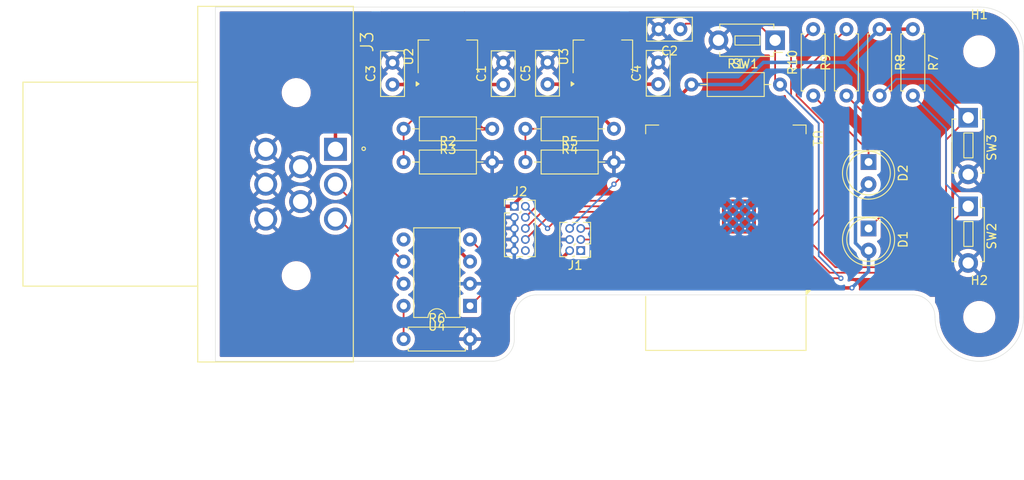
<source format=kicad_pcb>
(kicad_pcb (version 20240108) (generator "pcbnew") (generator_version "8.0")
  (layers (0 "F.Cu" signal) (31 "B.Cu" signal) (34 "B.Paste" user) (35 "F.Paste" user) (36 "B.SilkS" user "B.Silkscreen") (37 "F.SilkS" user "F.Silkscreen") (38 "B.Mask" user) (39 "F.Mask" user) (44 "Edge.Cuts" user))
  (net 0 "")
  (net 1 "+12V")
  (net 2 "GND")
  (net 3 "/ENABLE")
  (net 4 "+5V")
  (net 5 "+3V3")
  (net 6 "/UART_TX")
  (net 7 "/BOOTOPT")
  (net 8 "/PROG_EN")
  (net 9 "/UART_RX")
  (net 10 "/JTAG_TDO")
  (net 12 "/JTAG_TMS")
  (net 13 "/JTAG_TDI")
  (net 14 "/JTAG_TCK")
  (net 15 "Net-(U2-ADJ)")
  (net 16 "Net-(U3-ADJ)")
  (net 36 "/CANH")
  (net 39 "/CANL")
  (net 42 "Net-(U4-Rs)")
  (net 43 "/CAN_TX")
  (net 44 "/CAN_RX")
  (net 46 "Net-(D1-K)")
  (net 47 "Net-(D2-K)")
  (net 48 "/SW1")
  (net 49 "/SW2")
  (net 50 "/LED1")
  (net 51 "/LED2")
  (footprint "Resistor_THT:R_Axial_DIN0207_L6.3mm_D2.5mm_P7.62mm_Horizontal" (layer "F.Cu") (at 157.48 104.14 -90)
    (property "Reference" "R8" (at 3.81 -2.37 90) (layer "F.SilkS"))
    (property "Value" "100k")
    (pad "1" thru_hole circle (at 0 0 270) (size 1.6 1.6) (drill 0.8) (layers "*.Cu" "*.Mask") (net 5 "+3V3"))
    (pad "2" thru_hole oval (at 7.62 0 270) (size 1.6 1.6) (drill 0.8) (layers "*.Cu" "*.Mask") (net 49 "/SW2"))
  )
  (footprint "RF_Module:ESP32-S3-WROOM-1" (layer "F.Cu") (at 139.84 128.09 180)
    (property "Reference" "U1" (at -10.5 11.4 -90) (layer "F.SilkS"))
    (property "Value" "ESP32-S3-WROOM-1-N16R8")
    (pad "1" smd rect (at -8.75 -5.26 180) (size 1.5 0.9) (layers "F.Cu" "F.Paste" "F.Mask") (net 2 "GND"))
    (pad "2" smd rect (at -8.75 -3.99 180) (size 1.5 0.9) (layers "F.Cu" "F.Paste" "F.Mask") (net 5 "+3V3"))
    (pad "3" smd rect (at -8.75 -2.72 180) (size 1.5 0.9) (layers "F.Cu" "F.Paste" "F.Mask") (net 3 "/ENABLE"))
    (pad "4" smd rect (at -8.75 -1.45 180) (size 1.5 0.9) (layers "F.Cu" "F.Paste" "F.Mask") (net 48 "/SW1"))
    (pad "5" smd rect (at -8.75 -0.18 180) (size 1.5 0.9) (layers "F.Cu" "F.Paste" "F.Mask") (net 49 "/SW2"))
    (pad "6" smd rect (at -8.75 1.09 180) (size 1.5 0.9) (layers "F.Cu" "F.Paste" "F.Mask") (net 50 "/LED1"))
    (pad "7" smd rect (at -8.75 2.36 180) (size 1.5 0.9) (layers "F.Cu" "F.Paste" "F.Mask") (net 51 "/LED2"))
    (pad "8" smd rect (at -8.75 3.63 180) (size 1.5 0.9) (layers "F.Cu" "F.Paste" "F.Mask"))
    (pad "9" smd rect (at -8.75 4.9 180) (size 1.5 0.9) (layers "F.Cu" "F.Paste" "F.Mask"))
    (pad "10" smd rect (at -8.75 6.17 180) (size 1.5 0.9) (layers "F.Cu" "F.Paste" "F.Mask"))
    (pad "11" smd rect (at -8.75 7.44 180) (size 1.5 0.9) (layers "F.Cu" "F.Paste" "F.Mask"))
    (pad "12" smd rect (at -8.75 8.71 180) (size 1.5 0.9) (layers "F.Cu" "F.Paste" "F.Mask"))
    (pad "13" smd rect (at -8.75 9.98 180) (size 1.5 0.9) (layers "F.Cu" "F.Paste" "F.Mask"))
    (pad "14" smd rect (at -8.75 11.25) (size 1.5 0.9) (layers "F.Cu" "F.Paste" "F.Mask"))
    (pad "15" smd rect (at -6.985 12.5 90) (size 1.5 0.9) (layers "F.Cu" "F.Paste" "F.Mask"))
    (pad "16" smd rect (at -5.715 12.5 90) (size 1.5 0.9) (layers "F.Cu" "F.Paste" "F.Mask"))
    (pad "17" smd rect (at -4.445 12.5 90) (size 1.5 0.9) (layers "F.Cu" "F.Paste" "F.Mask"))
    (pad "18" smd rect (at -3.175 12.5 90) (size 1.5 0.9) (layers "F.Cu" "F.Paste" "F.Mask"))
    (pad "19" smd rect (at -1.905 12.5 90) (size 1.5 0.9) (layers "F.Cu" "F.Paste" "F.Mask"))
    (pad "20" smd rect (at -0.635 12.5 90) (size 1.5 0.9) (layers "F.Cu" "F.Paste" "F.Mask"))
    (pad "21" smd rect (at 0.635 12.5 90) (size 1.5 0.9) (layers "F.Cu" "F.Paste" "F.Mask"))
    (pad "22" smd rect (at 1.905 12.5 90) (size 1.5 0.9) (layers "F.Cu" "F.Paste" "F.Mask"))
    (pad "23" smd rect (at 3.175 12.5 90) (size 1.5 0.9) (layers "F.Cu" "F.Paste" "F.Mask"))
    (pad "24" smd rect (at 4.445 12.5 90) (size 1.5 0.9) (layers "F.Cu" "F.Paste" "F.Mask"))
    (pad "25" smd rect (at 5.715 12.5 90) (size 1.5 0.9) (layers "F.Cu" "F.Paste" "F.Mask"))
    (pad "26" smd rect (at 6.985 12.5 90) (size 1.5 0.9) (layers "F.Cu" "F.Paste" "F.Mask"))
    (pad "27" smd rect (at 8.75 11.25 180) (size 1.5 0.9) (layers "F.Cu" "F.Paste" "F.Mask") (net 7 "/BOOTOPT"))
    (pad "28" smd rect (at 8.75 9.98 180) (size 1.5 0.9) (layers "F.Cu" "F.Paste" "F.Mask"))
    (pad "29" smd rect (at 8.75 8.71 180) (size 1.5 0.9) (layers "F.Cu" "F.Paste" "F.Mask"))
    (pad "30" smd rect (at 8.75 7.44 180) (size 1.5 0.9) (layers "F.Cu" "F.Paste" "F.Mask"))
    (pad "31" smd rect (at 8.75 6.17 180) (size 1.5 0.9) (layers "F.Cu" "F.Paste" "F.Mask"))
    (pad "32" smd rect (at 8.75 4.9 180) (size 1.5 0.9) (layers "F.Cu" "F.Paste" "F.Mask") (net 14 "/JTAG_TCK"))
    (pad "33" smd rect (at 8.75 3.63 180) (size 1.5 0.9) (layers "F.Cu" "F.Paste" "F.Mask") (net 10 "/JTAG_TDO"))
    (pad "34" smd rect (at 8.75 2.36 180) (size 1.5 0.9) (layers "F.Cu" "F.Paste" "F.Mask") (net 13 "/JTAG_TDI"))
    (pad "35" smd rect (at 8.75 1.09 180) (size 1.5 0.9) (layers "F.Cu" "F.Paste" "F.Mask") (net 12 "/JTAG_TMS"))
    (pad "36" smd rect (at 8.75 -0.18 180) (size 1.5 0.9) (layers "F.Cu" "F.Paste" "F.Mask") (net 9 "/UART_RX"))
    (pad "37" smd rect (at 8.75 -1.45 180) (size 1.5 0.9) (layers "F.Cu" "F.Paste" "F.Mask") (net 6 "/UART_TX"))
    (pad "38" smd rect (at 8.75 -2.72 180) (size 1.5 0.9) (layers "F.Cu" "F.Paste" "F.Mask") (net 44 "/CAN_RX"))
    (pad "39" smd rect (at 8.75 -3.99 180) (size 1.5 0.9) (layers "F.Cu" "F.Paste" "F.Mask") (net 43 "/CAN_TX"))
    (pad "40" smd rect (at 8.75 -5.26 180) (size 1.5 0.9) (layers "F.Cu" "F.Paste" "F.Mask") (net 2 "GND"))
    (pad "41" thru_hole circle (at -2.9 1.76 270) (size 0.6 0.6) (drill 0.2) (property pad_prop_heatsink) (layers "*.Cu" "F.Mask") (net 2 "GND"))
    (pad "41" thru_hole circle (at -2.9 3.16 180) (size 0.6 0.6) (drill 0.2) (property pad_prop_heatsink) (layers "*.Cu" "F.Mask") (net 2 "GND"))
    (pad "41" thru_hole circle (at -2.2 1.06 180) (size 0.6 0.6) (drill 0.2) (property pad_prop_heatsink) (layers "*.Cu" "F.Mask") (net 2 "GND"))
    (pad "41" thru_hole circle (at -2.2 2.46 180) (size 0.6 0.6) (drill 0.2) (property pad_prop_heatsink) (layers "*.Cu" "F.Mask") (net 2 "GND"))
    (pad "41" thru_hole circle (at -2.2 3.86 180) (size 0.6 0.6) (drill 0.2) (property pad_prop_heatsink) (layers "*.Cu" "F.Mask") (net 2 "GND"))
    (pad "41" thru_hole circle (at -1.5 1.76 180) (size 0.6 0.6) (drill 0.2) (property pad_prop_heatsink) (layers "*.Cu" "F.Mask") (net 2 "GND"))
    (pad "41" smd rect (at -1.5 2.46 90) (size 3.9 3.9) (layers "F.Cu" "F.Mask") (net 2 "GND"))
    (pad "41" thru_hole circle (at -1.5 3.16 180) (size 0.6 0.6) (drill 0.2) (property pad_prop_heatsink) (layers "*.Cu" "F.Mask") (net 2 "GND"))
    (pad "41" thru_hole circle (at -0.8 1.06 180) (size 0.6 0.6) (drill 0.2) (property pad_prop_heatsink) (layers "*.Cu" "F.Mask") (net 2 "GND"))
    (pad "41" thru_hole circle (at -0.8 2.46 180) (size 0.6 0.6) (drill 0.2) (property pad_prop_heatsink) (layers "*.Cu" "F.Mask") (net 2 "GND"))
    (pad "41" thru_hole circle (at -0.8 3.86 180) (size 0.6 0.6) (drill 0.2) (property pad_prop_heatsink) (layers "*.Cu" "F.Mask") (net 2 "GND"))
    (pad "41" thru_hole circle (at -0.1 1.76 180) (size 0.6 0.6) (drill 0.2) (property pad_prop_heatsink) (layers "*.Cu" "F.Mask") (net 2 "GND"))
    (pad "41" thru_hole circle (at -0.1 3.16 180) (size 0.6 0.6) (drill 0.2) (property pad_prop_heatsink) (layers "*.Cu" "F.Mask") (net 2 "GND"))
    (zone (net 0) (net_name "") (layers "F.Cu" "In1.Cu" "B.Cu") (connect_pads (clearance 0)) (min_thickness 0.254)
      (keepout (tracks not_allowed) (vias not_allowed) (pads not_allowed) (copperpour not_allowed) (footprints not_allowed))
      (fill (thermal_gap 0.508) (thermal_bridge_width 0.508))
      (polygon (pts (xy 163.84 134.84) (xy 115.84 134.84) (xy 115.84 155.84) (xy 163.84 155.84)))
    )
  )
  (footprint "Connector_PinHeader_1.27mm:PinHeader_2x03_P1.27mm_Vertical" (layer "F.Cu") (at 123.19 129.54 180)
    (property "Reference" "J1" (at 0.635 -1.695 360) (layer "F.SilkS"))
    (property "Value" "PROG")
    (pad "1" thru_hole rect (at 0 0 180) (size 1 1) (drill 0.65) (layers "*.Cu" "*.Mask") (net 8 "/PROG_EN"))
    (pad "2" thru_hole oval (at 1.27 0 180) (size 1 1) (drill 0.65) (layers "*.Cu" "*.Mask") (net 5 "+3V3"))
    (pad "3" thru_hole oval (at 0 1.27 180) (size 1 1) (drill 0.65) (layers "*.Cu" "*.Mask") (net 6 "/UART_TX"))
    (pad "4" thru_hole oval (at 1.27 1.27 180) (size 1 1) (drill 0.65) (layers "*.Cu" "*.Mask") (net 2 "GND"))
    (pad "5" thru_hole oval (at 0 2.54 180) (size 1 1) (drill 0.65) (layers "*.Cu" "*.Mask") (net 9 "/UART_RX"))
    (pad "6" thru_hole oval (at 1.27 2.54 180) (size 1 1) (drill 0.65) (layers "*.Cu" "*.Mask") (net 7 "/BOOTOPT"))
  )
  (footprint "Resistor_THT:R_Axial_DIN0207_L6.3mm_D2.5mm_P10.16mm_Horizontal" (layer "F.Cu") (at 113.03 115.57 180)
    (property "Reference" "R3" (at 5.08 -2.37 360) (layer "F.SilkS"))
    (property "Value" "240")
    (pad "1" thru_hole circle (at 0 0 180) (size 1.6 1.6) (drill 0.8) (layers "*.Cu" "*.Mask") (net 4 "+5V"))
    (pad "2" thru_hole oval (at 10.16 0 180) (size 1.6 1.6) (drill 0.8) (layers "*.Cu" "*.Mask") (net 15 "Net-(U2-ADJ)"))
  )
  (footprint "Capacitor_THT:C_Disc_D5.0mm_W2.5mm_P2.50mm" (layer "F.Cu") (at 132.08 110.45 90)
    (property "Reference" "C4" (at 1.25 -2.5 90) (layer "F.SilkS"))
    (property "Value" "0.1u")
    (pad "1" thru_hole circle (at 0 0 90) (size 1.6 1.6) (drill 0.8) (layers "*.Cu" "*.Mask") (net 1 "+12V"))
    (pad "2" thru_hole circle (at 2.5 0 90) (size 1.6 1.6) (drill 0.8) (layers "*.Cu" "*.Mask") (net 2 "GND"))
  )
  (footprint "Connector_PinHeader_1.27mm:PinHeader_2x05_P1.27mm_Vertical" (layer "F.Cu") (at 115.57 124.46)
    (property "Reference" "J2" (at 0.635 -1.695 360) (layer "F.SilkS"))
    (property "Value" "JTAG")
    (pad "1" thru_hole rect (at 0 0) (size 1 1) (drill 0.65) (layers "*.Cu" "*.Mask") (net 5 "+3V3"))
    (pad "2" thru_hole oval (at 1.27 0) (size 1 1) (drill 0.65) (layers "*.Cu" "*.Mask") (net 12 "/JTAG_TMS"))
    (pad "3" thru_hole oval (at 0 1.27) (size 1 1) (drill 0.65) (layers "*.Cu" "*.Mask") (net 2 "GND"))
    (pad "4" thru_hole oval (at 1.27 1.27) (size 1 1) (drill 0.65) (layers "*.Cu" "*.Mask") (net 14 "/JTAG_TCK"))
    (pad "5" thru_hole oval (at 0 2.54) (size 1 1) (drill 0.65) (layers "*.Cu" "*.Mask") (net 2 "GND"))
    (pad "6" thru_hole oval (at 1.27 2.54) (size 1 1) (drill 0.65) (layers "*.Cu" "*.Mask") (net 10 "/JTAG_TDO"))
    (pad "7" thru_hole oval (at 0 3.81) (size 1 1) (drill 0.65) (layers "*.Cu" "*.Mask") (net 2 "GND"))
    (pad "8" thru_hole oval (at 1.27 3.81) (size 1 1) (drill 0.65) (layers "*.Cu" "*.Mask") (net 13 "/JTAG_TDI"))
    (pad "9" thru_hole oval (at 0 5.08) (size 1 1) (drill 0.65) (layers "*.Cu" "*.Mask") (net 2 "GND"))
    (pad "10" thru_hole oval (at 1.27 5.08) (size 1 1) (drill 0.65) (layers "*.Cu" "*.Mask"))
  )
  (footprint "Capacitor_THT:C_Disc_D5.0mm_W2.5mm_P2.50mm" (layer "F.Cu") (at 119.38 110.45 90)
    (property "Reference" "C5" (at 1.25 -2.5 90) (layer "F.SilkS"))
    (property "Value" "1u")
    (pad "1" thru_hole circle (at 0 0 90) (size 1.6 1.6) (drill 0.8) (layers "*.Cu" "*.Mask") (net 5 "+3V3"))
    (pad "2" thru_hole circle (at 2.5 0 90) (size 1.6 1.6) (drill 0.8) (layers "*.Cu" "*.Mask") (net 2 "GND"))
  )
  (footprint "Capacitor_THT:C_Disc_D5.0mm_W2.5mm_P2.50mm" (layer "F.Cu") (at 101.6 110.49 90)
    (property "Reference" "C3" (at 1.25 -2.5 90) (layer "F.SilkS"))
    (property "Value" "1u")
    (pad "1" thru_hole circle (at 0 0 90) (size 1.6 1.6) (drill 0.8) (layers "*.Cu" "*.Mask") (net 4 "+5V"))
    (pad "2" thru_hole circle (at 2.5 0 90) (size 1.6 1.6) (drill 0.8) (layers "*.Cu" "*.Mask") (net 2 "GND"))
  )
  (footprint "Resistor_THT:R_Axial_DIN0207_L6.3mm_D2.5mm_P10.16mm_Horizontal" (layer "F.Cu") (at 127 115.57 180)
    (property "Reference" "R4" (at 5.08 -2.37 360) (layer "F.SilkS"))
    (property "Value" "240")
    (pad "1" thru_hole circle (at 0 0 180) (size 1.6 1.6) (drill 0.8) (layers "*.Cu" "*.Mask") (net 5 "+3V3"))
    (pad "2" thru_hole oval (at 10.16 0 180) (size 1.6 1.6) (drill 0.8) (layers "*.Cu" "*.Mask") (net 16 "Net-(U3-ADJ)"))
  )
  (footprint "Package_DIP:DIP-8_W7.62mm" (layer "F.Cu") (at 110.49 135.88 180)
    (property "Reference" "U4" (at 3.81 -2.33 360) (layer "F.SilkS"))
    (property "Value" "MCP2551-I-P")
    (pad "1" thru_hole rect (at 0 0 180) (size 1.6 1.6) (drill 0.8) (layers "*.Cu" "*.Mask") (net 43 "/CAN_TX"))
    (pad "2" thru_hole oval (at 0 2.54 180) (size 1.6 1.6) (drill 0.8) (layers "*.Cu" "*.Mask") (net 2 "GND"))
    (pad "3" thru_hole oval (at 0 5.08 180) (size 1.6 1.6) (drill 0.8) (layers "*.Cu" "*.Mask") (net 4 "+5V"))
    (pad "4" thru_hole oval (at 0 7.62 180) (size 1.6 1.6) (drill 0.8) (layers "*.Cu" "*.Mask") (net 44 "/CAN_RX"))
    (pad "5" thru_hole oval (at 7.62 7.62 180) (size 1.6 1.6) (drill 0.8) (layers "*.Cu" "*.Mask"))
    (pad "6" thru_hole oval (at 7.62 5.08 180) (size 1.6 1.6) (drill 0.8) (layers "*.Cu" "*.Mask") (net 39 "/CANL"))
    (pad "7" thru_hole oval (at 7.62 2.54 180) (size 1.6 1.6) (drill 0.8) (layers "*.Cu" "*.Mask") (net 36 "/CANH"))
    (pad "8" thru_hole oval (at 7.62 0 180) (size 1.6 1.6) (drill 0.8) (layers "*.Cu" "*.Mask") (net 42 "Net-(U4-Rs)"))
  )
  (footprint "Resistor_THT:R_Axial_DIN0207_L6.3mm_D2.5mm_P7.62mm_Horizontal" (layer "F.Cu") (at 161.29 104.14 -90)
    (property "Reference" "R7" (at 3.81 -2.37 90) (layer "F.SilkS"))
    (property "Value" "100k")
    (pad "1" thru_hole circle (at 0 0 270) (size 1.6 1.6) (drill 0.8) (layers "*.Cu" "*.Mask") (net 5 "+3V3"))
    (pad "2" thru_hole oval (at 7.62 0 270) (size 1.6 1.6) (drill 0.8) (layers "*.Cu" "*.Mask") (net 48 "/SW1"))
  )
  (footprint "Capacitor_THT:C_Disc_D5.0mm_W2.5mm_P2.50mm" (layer "F.Cu") (at 114.3 110.49 90)
    (property "Reference" "C1" (at 1.25 -2.5 90) (layer "F.SilkS"))
    (property "Value" "0.1u")
    (pad "1" thru_hole circle (at 0 0 90) (size 1.6 1.6) (drill 0.8) (layers "*.Cu" "*.Mask") (net 1 "+12V"))
    (pad "2" thru_hole circle (at 2.5 0 90) (size 1.6 1.6) (drill 0.8) (layers "*.Cu" "*.Mask") (net 2 "GND"))
  )
  (footprint "Resistor_THT:R_Axial_DIN0207_L6.3mm_D2.5mm_P7.62mm_Horizontal" (layer "F.Cu") (at 149.86 111.76 90)
    (property "Reference" "R10" (at 3.81 -2.37 90) (layer "F.SilkS"))
    (property "Value" "100")
    (pad "1" thru_hole circle (at 0 0 90) (size 1.6 1.6) (drill 0.8) (layers "*.Cu" "*.Mask") (net 47 "Net-(D2-K)"))
    (pad "2" thru_hole oval (at 7.62 0 90) (size 1.6 1.6) (drill 0.8) (layers "*.Cu" "*.Mask") (net 51 "/LED2"))
  )
  (footprint "Package_TO_SOT_SMD:SOT-223-3_TabPin2" (layer "F.Cu") (at 107.95 107.29 90)
    (property "Reference" "U2" (at 0 -4.5 90) (layer "F.SilkS"))
    (property "Value" "LM317_SOT-223")
    (pad "1" smd roundrect (at -3.15 -2.3 90) (size 2 1.5) (layers "F.Cu" "F.Paste" "F.Mask") (net 15 "Net-(U2-ADJ)"))
    (pad "2" smd roundrect (at -3.15 0 90) (size 2 1.5) (layers "F.Cu" "F.Paste" "F.Mask") (net 4 "+5V"))
    (pad "2" smd roundrect (at 3.15 0 90) (size 2 3.8) (layers "F.Cu" "F.Paste" "F.Mask") (net 4 "+5V"))
    (pad "3" smd roundrect (at -3.15 2.3 90) (size 2 1.5) (layers "F.Cu" "F.Paste" "F.Mask") (net 1 "+12V"))
  )
  (footprint "FBR_Footprints:TE_776280-1" (layer "F.Cu") (at 91.05125 121.92 -90)
    (property "Reference" "J3" (at -16.330125 -7.631985 90) (layer "F.SilkS") (effects (font (size 1.417504 1.417504))))
    (property "Value" "Conn_01x08")
    (pad "" np_thru_hole circle (at -10.5 0.5 270) (size 2.85 2.85) (drill 2.85) (layers "*.Cu" "*.Mask"))
    (pad "" np_thru_hole circle (at 10.5 0.5 270) (size 2.85 2.85) (drill 2.85) (layers "*.Cu" "*.Mask"))
    (pad "1" thru_hole rect (at -4 -4 270) (size 2.625 2.625) (drill 1.75) (layers "*.Cu" "*.Mask") (net 1 "+12V"))
    (pad "2" thru_hole circle (at 0 -4 270) (size 2.625 2.625) (drill 1.75) (layers "*.Cu" "*.Mask") (net 39 "/CANL"))
    (pad "3" thru_hole circle (at 4 -4 270) (size 2.625 2.625) (drill 1.75) (layers "*.Cu" "*.Mask") (net 36 "/CANH"))
    (pad "4" thru_hole circle (at -2 0 270) (size 2.625 2.625) (drill 1.75) (layers "*.Cu" "*.Mask") (net 2 "GND"))
    (pad "5" thru_hole circle (at 2 0 270) (size 2.625 2.625) (drill 1.75) (layers "*.Cu" "*.Mask") (net 2 "GND"))
    (pad "6" thru_hole circle (at -4 4 270) (size 2.625 2.625) (drill 1.75) (layers "*.Cu" "*.Mask") (net 2 "GND"))
    (pad "7" thru_hole circle (at 0 4 270) (size 2.625 2.625) (drill 1.75) (layers "*.Cu" "*.Mask") (net 2 "GND"))
    (pad "8" thru_hole circle (at 4 4 270) (size 2.625 2.625) (drill 1.75) (layers "*.Cu" "*.Mask") (net 2 "GND"))
  )
  (footprint "LED_THT:LED_D5.0mm" (layer "F.Cu") (at 156.21 119.38 -90)
    (property "Reference" "D2" (at 1.27 -3.96 90) (layer "F.SilkS"))
    (property "Value" "LED")
    (pad "1" thru_hole rect (at 0 0 270) (size 1.8 1.8) (drill 0.9) (layers "*.Cu" "*.Mask") (net 47 "Net-(D2-K)"))
    (pad "2" thru_hole circle (at 2.54 0 270) (size 1.8 1.8) (drill 0.9) (layers "*.Cu" "*.Mask") (net 5 "+3V3"))
  )
  (footprint "Resistor_THT:R_Axial_DIN0207_L6.3mm_D2.5mm_P10.16mm_Horizontal" (layer "F.Cu") (at 102.87 119.38)
    (property "Reference" "R2" (at 5.08 -2.37 0) (layer "F.SilkS"))
    (property "Value" "715")
    (pad "1" thru_hole circle (at 0 0) (size 1.6 1.6) (drill 0.8) (layers "*.Cu" "*.Mask") (net 15 "Net-(U2-ADJ)"))
    (pad "2" thru_hole oval (at 10.16 0) (size 1.6 1.6) (drill 0.8) (layers "*.Cu" "*.Mask") (net 2 "GND"))
  )
  (footprint "Button_Switch_THT:SW_PUSH_1P1T_6x3.5mm_H4.3_APEM_MJTP1243" (layer "F.Cu") (at 145.49 105.41 180)
    (property "Reference" "SW1" (at 3.42 -2.7 360) (layer "F.SilkS"))
    (property "Value" "SW_Push")
    (pad "1" thru_hole rect (at 0 0 270) (size 2.25 2.25) (drill 1.3) (layers "*.Cu" "*.Mask") (net 3 "/ENABLE"))
    (pad "2" thru_hole circle (at 6.5 0 270) (size 2.25 2.25) (drill 1.3) (layers "*.Cu" "*.Mask") (net 2 "GND"))
  )
  (footprint "Resistor_THT:R_Axial_DIN0207_L6.3mm_D2.5mm_P10.16mm_Horizontal" (layer "F.Cu") (at 135.89 110.49)
    (property "Reference" "R1" (at 5.08 -2.37 360) (layer "F.SilkS"))
    (property "Value" "10k")
    (pad "1" thru_hole circle (at 0 0) (size 1.6 1.6) (drill 0.8) (layers "*.Cu" "*.Mask") (net 5 "+3V3"))
    (pad "2" thru_hole oval (at 10.16 0) (size 1.6 1.6) (drill 0.8) (layers "*.Cu" "*.Mask") (net 3 "/ENABLE"))
  )
  (footprint "LED_THT:LED_D5.0mm" (layer "F.Cu") (at 156.21 127 -90)
    (property "Reference" "D1" (at 1.27 -3.96 90) (layer "F.SilkS"))
    (property "Value" "LED")
    (pad "1" thru_hole rect (at 0 0 270) (size 1.8 1.8) (drill 0.9) (layers "*.Cu" "*.Mask") (net 46 "Net-(D1-K)"))
    (pad "2" thru_hole circle (at 2.54 0 270) (size 1.8 1.8) (drill 0.9) (layers "*.Cu" "*.Mask") (net 5 "+3V3"))
  )
  (footprint "Resistor_THT:R_Axial_DIN0207_L6.3mm_D2.5mm_P7.62mm_Horizontal" (layer "F.Cu") (at 153.67 111.76 90)
    (property "Reference" "R9" (at 3.81 -2.37 90) (layer "F.SilkS"))
    (property "Value" "100")
    (pad "1" thru_hole circle (at 0 0 90) (size 1.6 1.6) (drill 0.8) (layers "*.Cu" "*.Mask") (net 46 "Net-(D1-K)"))
    (pad "2" thru_hole oval (at 7.62 0 90) (size 1.6 1.6) (drill 0.8) (layers "*.Cu" "*.Mask") (net 50 "/LED1"))
  )
  (footprint "Package_TO_SOT_SMD:SOT-223-3_TabPin2" (layer "F.Cu") (at 125.73 107.29 90)
    (property "Reference" "U3" (at 0 -4.5 90) (layer "F.SilkS"))
    (property "Value" "LM317_SOT-223")
    (pad "1" smd roundrect (at -3.15 -2.3 90) (size 2 1.5) (layers "F.Cu" "F.Paste" "F.Mask") (net 16 "Net-(U3-ADJ)"))
    (pad "2" smd roundrect (at -3.15 0 90) (size 2 1.5) (layers "F.Cu" "F.Paste" "F.Mask") (net 5 "+3V3"))
    (pad "2" smd roundrect (at 3.15 0 90) (size 2 3.8) (layers "F.Cu" "F.Paste" "F.Mask") (net 5 "+3V3"))
    (pad "3" smd roundrect (at -3.15 2.3 90) (size 2 1.5) (layers "F.Cu" "F.Paste" "F.Mask") (net 1 "+12V"))
  )
  (footprint "Button_Switch_THT:SW_PUSH_1P1T_6x3.5mm_H4.3_APEM_MJTP1243" (layer "F.Cu") (at 167.64 114.3 -90)
    (property "Reference" "SW3" (at 3.42 -2.7 90) (layer "F.SilkS"))
    (property "Value" "SW_Push")
    (pad "1" thru_hole rect (at 0 0) (size 2.25 2.25) (drill 1.3) (layers "*.Cu" "*.Mask") (net 49 "/SW2"))
    (pad "2" thru_hole circle (at 6.5 0) (size 2.25 2.25) (drill 1.3) (layers "*.Cu" "*.Mask") (net 2 "GND"))
  )
  (footprint "Resistor_THT:R_Axial_DIN0207_L6.3mm_D2.5mm_P10.16mm_Horizontal" (layer "F.Cu") (at 116.84 119.38)
    (property "Reference" "R5" (at 5.08 -2.37 360) (layer "F.SilkS"))
    (property "Value" "392")
    (pad "1" thru_hole circle (at 0 0) (size 1.6 1.6) (drill 0.8) (layers "*.Cu" "*.Mask") (net 16 "Net-(U3-ADJ)"))
    (pad "2" thru_hole oval (at 10.16 0) (size 1.6 1.6) (drill 0.8) (layers "*.Cu" "*.Mask") (net 2 "GND"))
  )
  (footprint "MountingHole:MountingHole_3.2mm_M3" (layer "F.Cu") (at 168.91 137.16)
    (property "Reference" "H2" (at 0 -4.2 0) (layer "F.SilkS"))
    (property "Value" "MountingHole")
    (pad "" np_thru_hole circle (at 0 0) (size 3.2 3.2) (drill 3.2) (layers "*.Cu" "*.Mask"))
  )
  (footprint "Resistor_THT:R_Axial_DIN0207_L6.3mm_D2.5mm_P7.62mm_Horizontal" (layer "F.Cu") (at 102.87 139.69)
    (property "Reference" "R6" (at 3.81 -2.37 0) (layer "F.SilkS"))
    (property "Value" "20k")
    (pad "1" thru_hole circle (at 0 0) (size 1.6 1.6) (drill 0.8) (layers "*.Cu" "*.Mask") (net 42 "Net-(U4-Rs)"))
    (pad "2" thru_hole oval (at 7.62 0) (size 1.6 1.6) (drill 0.8) (layers "*.Cu" "*.Mask") (net 2 "GND"))
  )
  (footprint "MountingHole:MountingHole_3.2mm_M3" (layer "F.Cu") (at 168.91 106.68)
    (property "Reference" "H1" (at 0 -4.2 0) (layer "F.SilkS"))
    (property "Value" "MountingHole")
    (pad "" np_thru_hole circle (at 0 0) (size 3.2 3.2) (drill 3.2) (layers "*.Cu" "*.Mask"))
  )
  (footprint "Button_Switch_THT:SW_PUSH_1P1T_6x3.5mm_H4.3_APEM_MJTP1243" (layer "F.Cu") (at 167.64 124.46 -90)
    (property "Reference" "SW2" (at 3.42 -2.7 90) (layer "F.SilkS"))
    (property "Value" "SW_Push")
    (pad "1" thru_hole rect (at 0 0) (size 2.25 2.25) (drill 1.3) (layers "*.Cu" "*.Mask") (net 48 "/SW1"))
    (pad "2" thru_hole circle (at 6.5 0) (size 2.25 2.25) (drill 1.3) (layers "*.Cu" "*.Mask") (net 2 "GND"))
  )
  (footprint "Capacitor_THT:C_Disc_D5.0mm_W2.5mm_P2.50mm" (layer "F.Cu") (at 134.62 104.14 180)
    (property "Reference" "C2" (at 1.25 -2.5 360) (layer "F.SilkS"))
    (property "Value" "1u")
    (pad "1" thru_hole circle (at 0 0 180) (size 1.6 1.6) (drill 0.8) (layers "*.Cu" "*.Mask") (net 3 "/ENABLE"))
    (pad "2" thru_hole circle (at 2.5 0 180) (size 1.6 1.6) (drill 0.8) (layers "*.Cu" "*.Mask") (net 2 "GND"))
  )
  (gr_line (start 118.11 134.62) (end 161.29 134.62) (stroke (width 0.05)) (layer "Edge.Cuts"))
  (gr_arc (start 173.99 137.16) (mid 168.91 142.24) (end 163.83 137.16) (stroke (width 0.05)) (layer "Edge.Cuts"))
  (gr_line (start 115.57 139.7) (end 115.57 137.16) (stroke (width 0.05)) (layer "Edge.Cuts"))
  (gr_line (start 81.28 142.24) (end 113.03 142.24) (stroke (width 0.05)) (layer "Edge.Cuts"))
  (gr_line (start 173.99 106.68) (end 173.99 137.16) (stroke (width 0.05)) (layer "Edge.Cuts"))
  (gr_arc (start 115.57 139.7) (mid 114.826051 141.496051) (end 113.03 142.24) (stroke (width 0.05)) (layer "Edge.Cuts"))
  (gr_arc (start 115.57 137.16) (mid 116.313949 135.363949) (end 118.11 134.62) (stroke (width 0.05)) (layer "Edge.Cuts"))
  (gr_arc (start 161.29 134.62) (mid 163.086051 135.363949) (end 163.83 137.16) (stroke (width 0.05)) (layer "Edge.Cuts"))
  (gr_line (start 168.91 101.6) (end 81.28 101.6) (stroke (width 0.05)) (layer "Edge.Cuts"))
  (gr_arc (start 168.91 101.6) (mid 172.502102 103.087898) (end 173.99 106.68) (stroke (width 0.05)) (layer "Edge.Cuts"))
  (gr_line (start 81.28 101.6) (end 81.28 142.24) (stroke (width 0.05)) (layer "Edge.Cuts"))
  (segment (start 127.635 102.3) (end 109.855 102.3) (width 0.4) (layer "F.Cu") (net 1))
  (segment (start 109.855 102.3) (end 111.125 103.57) (width 0.4) (layer "F.Cu") (net 1))
  (segment (start 128.905 109.565) (end 128.905 103.57) (width 0.4) (layer "F.Cu") (net 1))
  (segment (start 100.265 102.3) (end 109.855 102.3) (width 0.4) (layer "F.Cu") (net 1))
  (segment (start 128.03 110.44) (end 128.905 109.565) (width 0.4) (layer "F.Cu") (net 1))
  (segment (start 95.05125 117.92) (end 95.05125 107.51375) (width 0.4) (layer "F.Cu") (net 1))
  (segment (start 95.05125 107.51375) (end 100.265 102.3) (width 0.4) (layer "F.Cu") (net 1))
  (segment (start 129.79 110.45) (end 128.905 109.565) (width 0.4) (layer "F.Cu") (net 1))
  (segment (start 132.08 110.45) (end 129.79 110.45) (width 0.4) (layer "F.Cu") (net 1))
  (segment (start 128.04 110.45) (end 128.03 110.44) (width 0.4) (layer "F.Cu") (net 1))
  (segment (start 111.125 103.57) (end 111.125 109.565) (width 0.4) (layer "F.Cu") (net 1))
  (segment (start 112.05 110.49) (end 111.125 109.565) (width 0.4) (layer "F.Cu") (net 1))
  (segment (start 111.125 109.565) (end 110.25 110.44) (width 0.4) (layer "F.Cu") (net 1))
  (segment (start 128.905 103.57) (end 127.635 102.3) (width 0.4) (layer "F.Cu") (net 1))
  (segment (start 114.3 110.49) (end 112.05 110.49) (width 0.4) (layer "F.Cu") (net 1))
  (segment (start 149.54 130.81) (end 148.59 130.81) (width 0.2) (layer "F.Cu") (net 3))
  (segment (start 145.49 105.41) (end 145.49 109.93) (width 0.2) (layer "F.Cu") (net 3))
  (segment (start 145.49 105.41) (end 145.415 105.41) (width 0.2) (layer "F.Cu") (net 3))
  (segment (start 135.255 103.505) (end 134.62 104.14) (width 0.2) (layer "F.Cu") (net 3))
  (segment (start 143.51 103.505) (end 135.255 103.505) (width 0.2) (layer "F.Cu") (net 3))
  (segment (start 145.49 109.93) (end 146.05 110.49) (width 0.2) (layer "F.Cu") (net 3))
  (segment (start 153.035 132.715) (end 151.445 132.715) (width 0.2) (layer "F.Cu") (net 3))
  (segment (start 145.415 105.41) (end 143.51 103.505) (width 0.2) (layer "F.Cu") (net 3))
  (segment (start 151.445 132.715) (end 149.54 130.81) (width 0.2) (layer "F.Cu") (net 3))
  (via (at 153.035 132.715) (size 0.6) (drill 0.3) (layers "F.Cu" "B.Cu") (net 3))
  (segment (start 150.495 130.175) (end 150.495 114.935) (width 0.2) (layer "B.Cu") (net 3))
  (segment (start 153.035 132.715) (end 150.495 130.175) (width 0.2) (layer "B.Cu") (net 3))
  (segment (start 150.495 114.935) (end 146.05 110.49) (width 0.2) (layer "B.Cu") (net 3))
  (segment (start 111.89863 115.57) (end 107.95 111.62137) (width 0.4) (layer "F.Cu") (net 4))
  (segment (start 102.87 110.49) (end 105.41 107.95) (width 0.4) (layer "F.Cu") (net 4))
  (segment (start 107.95 107.95) (end 107.95 110.44) (width 0.4) (layer "F.Cu") (net 4))
  (segment (start 110.49 130.8) (end 107.95 128.26) (width 0.4) (layer "F.Cu") (net 4))
  (segment (start 113.03 115.57) (end 111.89863 115.57) (width 0.4) (layer "F.Cu") (net 4))
  (segment (start 107.95 111.62137) (end 107.95 110.44) (width 0.4) (layer "F.Cu") (net 4))
  (segment (start 107.95 128.26) (end 107.95 110.44) (width 0.4) (layer "F.Cu") (net 4))
  (segment (start 105.41 107.95) (end 107.95 107.95) (width 0.4) (layer "F.Cu") (net 4))
  (segment (start 107.95 104.14) (end 107.95 107.95) (width 0.4) (layer "F.Cu") (net 4))
  (segment (start 101.6 110.49) (end 102.87 110.49) (width 0.4) (layer "F.Cu") (net 4))
  (segment (start 123.19 107.95) (end 125.73 107.95) (width 0.4) (layer "F.Cu") (net 5))
  (segment (start 115.74 124.004365) (end 125.444365 114.3) (width 0.4) (layer "F.Cu") (net 5))
  (segment (start 125.73 104.14) (end 125.73 107.95) (width 0.4) (layer "F.Cu") (net 5))
  (segment (start 120.65 130.81) (end 114.3 130.81) (width 0.4) (layer "F.Cu") (net 5))
  (segment (start 127 115.57) (end 125.73 114.3) (width 0.4) (layer "F.Cu") (net 5))
  (segment (start 115.74 124.29) (end 115.74 124.004365) (width 0.4) (layer "F.Cu") (net 5))
  (segment (start 119.38 110.45) (end 120.61 110.45) (width 0.4) (layer "F.Cu") (net 5))
  (segment (start 125.444365 114.3) (end 125.73 114.3) (width 0.4) (layer "F.Cu") (net 5))
  (segment (start 149.82005 132.08) (end 151.56005 133.82) (width 0.4) (layer "F.Cu") (net 5))
  (segment (start 120.65 110.49) (end 123.19 107.95) (width 0.4) (layer "F.Cu") (net 5))
  (segment (start 125.73 112.395) (end 125.73 110.44) (width 0.4) (layer "F.Cu") (net 5))
  (segment (start 114.3 124.46) (end 115.57 124.46) (width 0.4) (layer "F.Cu") (net 5))
  (segment (start 125.73 107.95) (end 125.73 110.44) (width 0.4) (layer "F.Cu") (net 5))
  (segment (start 115.57 124.46) (end 115.74 124.29) (width 0.4) (layer "F.Cu") (net 5))
  (segment (start 161.29 104.14) (end 157.48 104.14) (width 0.4) (layer "F.Cu") (net 5))
  (segment (start 151.56005 133.82) (end 154.305 133.82) (width 0.4) (layer "F.Cu") (net 5))
  (segment (start 135.89 110.49) (end 133.985 112.395) (width 0.4) (layer "F.Cu") (net 5))
  (segment (start 148.59 132.08) (end 149.82005 132.08) (width 0.4) (layer "F.Cu") (net 5))
  (segment (start 114.3 130.81) (end 113.03 129.54) (width 0.4) (layer "F.Cu") (net 5))
  (segment (start 113.03 129.54) (end 113.03 125.73) (width 0.4) (layer "F.Cu") (net 5))
  (segment (start 133.985 112.395) (end 125.73 112.395) (width 0.4) (layer "F.Cu") (net 5))
  (segment (start 113.03 125.73) (end 114.3 124.46) (width 0.4) (layer "F.Cu") (net 5))
  (segment (start 121.92 129.54) (end 120.65 130.81) (width 0.4) (layer "F.Cu") (net 5))
  (segment (start 125.73 114.3) (end 125.73 112.395) (width 0.4) (layer "F.Cu") (net 5))
  (segment (start 120.61 110.45) (end 120.65 110.49) (width 0.4) (layer "F.Cu") (net 5))
  (via (at 154.305 133.82) (size 0.6) (drill 0.3) (layers "F.Cu" "B.Cu") (net 5))
  (segment (start 155.07 109.35) (end 153.67 107.95) (width 0.4) (layer "B.Cu") (net 5))
  (segment (start 155.575 129.54) (end 154.71 128.675) (width 0.4) (layer "B.Cu") (net 5))
  (segment (start 156.21 131.915) (end 156.21 129.54) (width 0.4) (layer "B.Cu") (net 5))
  (segment (start 154.71 123.42) (end 154.71 112.699899) (width 0.4) (layer "B.Cu") (net 5))
  (segment (start 154.305 133.82) (end 156.21 131.915) (width 0.4) (layer "B.Cu") (net 5))
  (segment (start 141.605 110.49) (end 135.89 110.49) (width 0.4) (layer "B.Cu") (net 5))
  (segment (start 154.71 128.675) (end 154.71 123.42) (width 0.4) (layer "B.Cu") (net 5))
  (segment (start 157.48 104.14) (end 153.67 107.95) (width 0.4) (layer "B.Cu") (net 5))
  (segment (start 155.07 112.339899) (end 155.07 109.35) (width 0.4) (layer "B.Cu") (net 5))
  (segment (start 154.71 123.42) (end 156.21 121.92) (width 0.4) (layer "B.Cu") (net 5))
  (segment (start 153.67 107.95) (end 144.145 107.95) (width 0.4) (layer "B.Cu") (net 5))
  (segment (start 154.71 112.699899) (end 155.07 112.339899) (width 0.4) (layer "B.Cu") (net 5))
  (segment (start 156.21 129.54) (end 155.575 129.54) (width 0.4) (layer "B.Cu") (net 5))
  (segment (start 144.145 107.95) (end 141.605 110.49) (width 0.4) (layer "B.Cu") (net 5))
  (segment (start 125.73 128.27) (end 127 129.54) (width 0.2) (layer "F.Cu") (net 6))
  (segment (start 123.19 128.27) (end 125.73 128.27) (width 0.2) (layer "F.Cu") (net 6))
  (segment (start 127 129.54) (end 131.09 129.54) (width 0.2) (layer "F.Cu") (net 6))
  (segment (start 130.14 116.84) (end 131.09 116.84) (width 0.2) (layer "F.Cu") (net 7))
  (segment (start 127 121.92) (end 128.905 120.015) (width 0.2) (layer "F.Cu") (net 7))
  (segment (start 128.905 120.015) (end 128.905 118.075) (width 0.2) (layer "F.Cu") (net 7))
  (segment (start 128.905 118.075) (end 130.14 116.84) (width 0.2) (layer "F.Cu") (net 7))
  (via (at 127 121.92) (size 0.6) (drill 0.3) (layers "F.Cu" "B.Cu") (net 7))
  (segment (start 121.92 127) (end 127 121.92) (width 0.2) (layer "B.Cu") (net 7))
  (segment (start 128.27 128.27) (end 131.09 128.27) (width 0.2) (layer "F.Cu") (net 9))
  (segment (start 127 127) (end 128.27 128.27) (width 0.2) (layer "F.Cu") (net 9))
  (segment (start 123.19 127) (end 127 127) (width 0.2) (layer "F.Cu") (net 9))
  (segment (start 131.09 124.46) (end 119.38 124.46) (width 0.2) (layer "F.Cu") (net 10))
  (segment (start 119.38 124.46) (end 116.84 127) (width 0.2) (layer "F.Cu") (net 10))
  (segment (start 129.54 127) (end 131.09 127) (width 0.2) (layer "F.Cu") (net 12))
  (segment (start 119.38 127) (end 120.65 125.73) (width 0.2) (layer "F.Cu") (net 12))
  (segment (start 120.65 125.73) (end 128.27 125.73) (width 0.2) (layer "F.Cu") (net 12))
  (segment (start 128.27 125.73) (end 129.54 127) (width 0.2) (layer "F.Cu") (net 12))
  (via (at 119.38 127) (size 0.6) (drill 0.3) (layers "F.Cu" "B.Cu") (net 12))
  (segment (start 116.84 124.46) (end 119.38 127) (width 0.2) (layer "B.Cu") (net 12))
  (segment (start 128.905 125.095) (end 120.015 125.095) (width 0.2) (layer "F.Cu") (net 13))
  (segment (start 129.54 125.73) (end 128.905 125.095) (width 0.2) (layer "F.Cu") (net 13))
  (segment (start 131.09 125.73) (end 129.54 125.73) (width 0.2) (layer "F.Cu") (net 13))
  (segment (start 120.015 125.095) (end 116.84 128.27) (width 0.2) (layer "F.Cu") (net 13))
  (segment (start 131.09 123.19) (end 129.54 123.19) (width 0.2) (layer "F.Cu") (net 14))
  (segment (start 118.745 123.825) (end 116.84 125.73) (width 0.2) (layer "F.Cu") (net 14))
  (segment (start 118.745 123.825) (end 128.905 123.825) (width 0.2) (layer "F.Cu") (net 14))
  (segment (start 128.905 123.825) (end 129.54 123.19) (width 0.2) (layer "F.Cu") (net 14))
  (segment (start 105.65 112.79) (end 102.87 115.57) (width 0.2) (layer "F.Cu") (net 15))
  (segment (start 102.87 119.38) (end 102.87 115.57) (width 0.2) (layer "F.Cu") (net 15))
  (segment (start 105.65 110.44) (end 105.65 112.79) (width 0.2) (layer "F.Cu") (net 15))
  (segment (start 116.84 119.38) (end 116.84 115.57) (width 0.2) (layer "F.Cu") (net 16))
  (segment (start 123.43 110.44) (end 123.43 110.885) (width 0.2) (layer "F.Cu") (net 16))
  (segment (start 118.745 115.57) (end 116.84 115.57) (width 0.2) (layer "F.Cu") (net 16))
  (segment (start 123.43 110.885) (end 118.745 115.57) (width 0.2) (layer "F.Cu") (net 16))
  (segment (start 95.45 125.92) (end 95.05125 125.92) (width 0.2) (layer "F.Cu") (net 36))
  (segment (start 102.87 133.34) (end 95.45 125.92) (width 0.2) (layer "F.Cu") (net 36))
  (segment (start 99.07 127) (end 102.87 130.8) (width 0.2) (layer "F.Cu") (net 39))
  (segment (start 95.05125 121.92) (end 99.06 125.92875) (width 0.2) (layer "F.Cu") (net 39))
  (segment (start 99.06 127) (end 99.07 127) (width 0.2) (layer "F.Cu") (net 39))
  (segment (start 99.06 125.92875) (end 99.06 127) (width 0.2) (layer "F.Cu") (net 39))
  (segment (start 102.87 135.88) (end 102.87 139.69) (width 0.2) (layer "F.Cu") (net 42))
  (segment (start 131.09 132.08) (end 114.3 132.08) (width 0.2) (layer "F.Cu") (net 43))
  (segment (start 110.5 135.88) (end 110.49 135.88) (width 0.2) (layer "F.Cu") (net 43))
  (segment (start 114.3 132.08) (end 110.5 135.88) (width 0.2) (layer "F.Cu") (net 43))
  (segment (start 113.265 131.68) (end 111.76 130.175) (width 0.2) (layer "F.Cu") (net 44))
  (segment (start 110.49 128.27) (end 110.49 128.26) (width 0.2) (layer "F.Cu") (net 44))
  (segment (start 111.76 129.54) (end 110.49 128.27) (width 0.2) (layer "F.Cu") (net 44))
  (segment (start 111.76 130.175) (end 111.76 129.54) (width 0.2) (layer "F.Cu") (net 44))
  (segment (start 130.155 131.33) (end 129.805 131.68) (width 0.2) (layer "F.Cu") (net 44))
  (segment (start 129.805 131.68) (end 113.265 131.68) (width 0.2) (layer "F.Cu") (net 44))
  (segment (start 131.09 130.81) (end 130.57 131.33) (width 0.2) (layer "F.Cu") (net 44))
  (segment (start 130.57 131.33) (end 130.155 131.33) (width 0.2) (layer "F.Cu") (net 44))
  (segment (start 158.115 125.095) (end 156.21 127) (width 0.2) (layer "F.Cu") (net 46))
  (segment (start 153.67 111.76) (end 158.115 116.205) (width 0.2) (layer "F.Cu") (net 46))
  (segment (start 158.115 116.205) (end 158.115 125.095) (width 0.2) (layer "F.Cu") (net 46))
  (segment (start 149.86 111.76) (end 156.21 118.11) (width 0.2) (layer "F.Cu") (net 47))
  (segment (start 156.21 118.11) (end 156.21 119.38) (width 0.2) (layer "F.Cu") (net 47))
  (segment (start 148.59 129.54) (end 149.225 129.54) (width 0.2) (layer "F.Cu") (net 48))
  (segment (start 149.225 129.54) (end 151.765 132.08) (width 0.2) (layer "F.Cu") (net 48))
  (segment (start 160.02 132.08) (end 167.64 124.46) (width 0.2) (layer "F.Cu") (net 48))
  (segment (start 151.765 132.08) (end 160.02 132.08) (width 0.2) (layer "F.Cu") (net 48))
  (segment (start 167.64 124.46) (end 165.1 121.92) (width 0.2) (layer "B.Cu") (net 48))
  (segment (start 161.29 111.76) (end 165.1 115.57) (width 0.2) (layer "B.Cu") (net 48))
  (segment (start 165.1 115.57) (end 165.1 121.92) (width 0.2) (layer "B.Cu") (net 48))
  (segment (start 152.4 131.445) (end 149.225 128.27) (width 0.2) (layer "F.Cu") (net 49))
  (segment (start 149.225 128.27) (end 148.59 128.27) (width 0.2) (layer "F.Cu") (net 49))
  (segment (start 160.02 131.445) (end 152.4 131.445) (width 0.2) (layer "F.Cu") (net 49))
  (segment (start 165.1 116.84) (end 165.1 126.365) (width 0.2) (layer "F.Cu") (net 49))
  (segment (start 167.64 114.3) (end 165.1 116.84) (width 0.2) (layer "F.Cu") (net 49))
  (segment (start 165.1 126.365) (end 160.02 131.445) (width 0.2) (layer "F.Cu") (net 49))
  (segment (start 157.48 111.76) (end 159.385 109.855) (width 0.2) (layer "B.Cu") (net 49))
  (segment (start 159.385 109.855) (end 163.195 109.855) (width 0.2) (layer "B.Cu") (net 49))
  (segment (start 163.195 109.855) (end 167.64 114.3) (width 0.2) (layer "B.Cu") (net 49))
  (segment (start 147.955 109.855) (end 153.67 104.14) (width 0.2) (layer "F.Cu") (net 50))
  (segment (start 151.13 114.935) (end 147.955 111.76) (width 0.2) (layer "F.Cu") (net 50))
  (segment (start 148.59 127) (end 149.54 127) (width 0.2) (layer "F.Cu") (net 50))
  (segment (start 149.54 127) (end 151.13 125.41) (width 0.2) (layer "F.Cu") (net 50))
  (segment (start 147.955 111.76) (end 147.955 109.855) (width 0.2) (layer "F.Cu") (net 50))
  (segment (start 151.13 125.41) (end 151.13 114.935) (width 0.2) (layer "F.Cu") (net 50))
  (segment (start 149.54 125.73) (end 148.59 125.73) (width 0.2) (layer "F.Cu") (net 51))
  (segment (start 150.495 114.935) (end 150.495 124.775) (width 0.2) (layer "F.Cu") (net 51))
  (segment (start 149.86 104.14) (end 147.32 106.68) (width 0.2) (layer "F.Cu") (net 51))
  (segment (start 150.495 124.775) (end 149.54 125.73) (width 0.2) (layer "F.Cu") (net 51))
  (segment (start 147.32 106.68) (end 147.32 111.76) (width 0.2) (layer "F.Cu") (net 51))
  (segment (start 147.32 111.76) (end 150.495 114.935) (width 0.2) (layer "F.Cu") (net 51))
  (zone (net 2) (net_name "GND") (layers "F&B.Cu") (connect_pads (clearance 0.5)) (min_thickness 0.25) (fill yes (thermal_gap 0.5) (thermal_bridge_width 0.4))
    (polygon (pts (xy 173.99 101.6) (xy 173.99 142.24) (xy 163.83 142.24) (xy 163.84 142.24) (xy 115.57 142.24) (xy 115.57 142.24) (xy 81.28 142.24) (xy 81.28 101.6)))
  )
)
</source>
